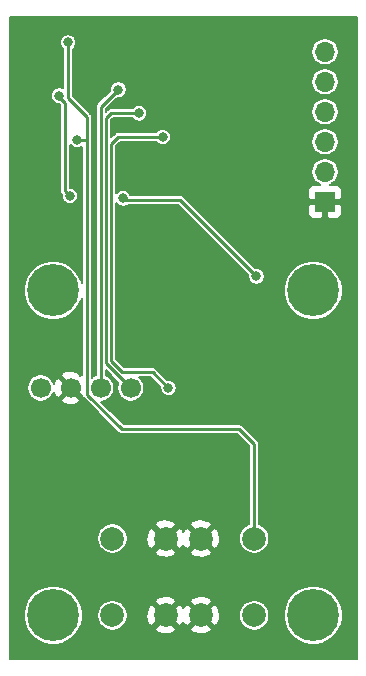
<source format=gbl>
G04 #@! TF.GenerationSoftware,KiCad,Pcbnew,5.99.0+really5.1.10+dfsg1-1*
G04 #@! TF.CreationDate,2022-07-07T23:47:34+02:00*
G04 #@! TF.ProjectId,sensorbox-battery-powered,73656e73-6f72-4626-9f78-2d6261747465,rev?*
G04 #@! TF.SameCoordinates,Original*
G04 #@! TF.FileFunction,Copper,L2,Bot*
G04 #@! TF.FilePolarity,Positive*
%FSLAX46Y46*%
G04 Gerber Fmt 4.6, Leading zero omitted, Abs format (unit mm)*
G04 Created by KiCad (PCBNEW 5.99.0+really5.1.10+dfsg1-1) date 2022-07-07 23:47:34*
%MOMM*%
%LPD*%
G01*
G04 APERTURE LIST*
G04 #@! TA.AperFunction,ComponentPad*
%ADD10C,2.000000*%
G04 #@! TD*
G04 #@! TA.AperFunction,ComponentPad*
%ADD11C,4.400000*%
G04 #@! TD*
G04 #@! TA.AperFunction,ComponentPad*
%ADD12O,1.700000X1.700000*%
G04 #@! TD*
G04 #@! TA.AperFunction,ComponentPad*
%ADD13R,1.700000X1.700000*%
G04 #@! TD*
G04 #@! TA.AperFunction,ComponentPad*
%ADD14C,1.700000*%
G04 #@! TD*
G04 #@! TA.AperFunction,ViaPad*
%ADD15C,0.800000*%
G04 #@! TD*
G04 #@! TA.AperFunction,Conductor*
%ADD16C,0.250000*%
G04 #@! TD*
G04 #@! TA.AperFunction,Conductor*
%ADD17C,0.200000*%
G04 #@! TD*
G04 #@! TA.AperFunction,Conductor*
%ADD18C,0.100000*%
G04 #@! TD*
G04 APERTURE END LIST*
D10*
X9000000Y-44500000D03*
X13500000Y-44500000D03*
X9000000Y-51000000D03*
X13500000Y-51000000D03*
X16500000Y-44500000D03*
X21000000Y-44500000D03*
X16500000Y-51000000D03*
X21000000Y-51000000D03*
D11*
X4000000Y-51000000D03*
X4000000Y-23500000D03*
D12*
X27000000Y-3300000D03*
X27000000Y-5840000D03*
X27000000Y-8380000D03*
X27000000Y-10920000D03*
X27000000Y-13460000D03*
D13*
X27000000Y-16000000D03*
D11*
X26000000Y-23500000D03*
X26000000Y-51000000D03*
D14*
X10560000Y-31750000D03*
X8020000Y-31750000D03*
X5480000Y-31750000D03*
X2940000Y-31750000D03*
D15*
X6000000Y-10750000D03*
X5250000Y-2500000D03*
X21000000Y-16500000D03*
X5000000Y-46500000D03*
X25000000Y-46500000D03*
X17000000Y-27000000D03*
X9645020Y-27000000D03*
X18950000Y-36350000D03*
X24100000Y-27100000D03*
X22400000Y-35000000D03*
X22400000Y-33800000D03*
X5400000Y-15500000D03*
X4500000Y-7000000D03*
X9500000Y-6500000D03*
X11250000Y-8500000D03*
X13750000Y-31750000D03*
X13250000Y-10500000D03*
X21200000Y-22300000D03*
X9900000Y-15700000D03*
D16*
X6000000Y-10750000D02*
X6750000Y-10750000D01*
X6750000Y-10750000D02*
X6844999Y-10844999D01*
X6844999Y-32314001D02*
X9780998Y-35250000D01*
X6844999Y-10844999D02*
X6844999Y-32314001D01*
X9780998Y-35250000D02*
X19750000Y-35250000D01*
X21000000Y-36500000D02*
X21000000Y-44500000D01*
X19750000Y-35250000D02*
X21000000Y-36500000D01*
X6844999Y-8819693D02*
X6844999Y-10844999D01*
X5250000Y-7224694D02*
X6844999Y-8819693D01*
X5250000Y-2500000D02*
X5250000Y-7224694D01*
X5000001Y-7611105D02*
X4500000Y-7111104D01*
X5000001Y-15100001D02*
X5000001Y-7611105D01*
X5400000Y-15500000D02*
X5000001Y-15100001D01*
X4500000Y-7111104D02*
X4500000Y-7000000D01*
X8020000Y-31750000D02*
X8020000Y-7980000D01*
X8020000Y-7980000D02*
X9500000Y-6500000D01*
X10560000Y-31750000D02*
X8470010Y-29660010D01*
X8470010Y-29660010D02*
X8470010Y-8929990D01*
X8900000Y-8500000D02*
X11250000Y-8500000D01*
X8470010Y-8929990D02*
X8900000Y-8500000D01*
X13750000Y-31750000D02*
X12400000Y-30400000D01*
X12400000Y-30400000D02*
X9846410Y-30400000D01*
X9846410Y-30400000D02*
X8920020Y-29473610D01*
X8920020Y-29473610D02*
X8920020Y-11079980D01*
X9500000Y-10500000D02*
X13250000Y-10500000D01*
X8920020Y-11079980D02*
X9500000Y-10500000D01*
X21200000Y-22300000D02*
X14700000Y-15800000D01*
X10000000Y-15800000D02*
X9900000Y-15700000D01*
X14700000Y-15800000D02*
X10000000Y-15800000D01*
D17*
X29675001Y-54675000D02*
X325000Y-54675000D01*
X325000Y-50753772D01*
X1500000Y-50753772D01*
X1500000Y-51246228D01*
X1596074Y-51729223D01*
X1784529Y-52184194D01*
X2058124Y-52593657D01*
X2406343Y-52941876D01*
X2815806Y-53215471D01*
X3270777Y-53403926D01*
X3753772Y-53500000D01*
X4246228Y-53500000D01*
X4729223Y-53403926D01*
X5184194Y-53215471D01*
X5593657Y-52941876D01*
X5941876Y-52593657D01*
X6215471Y-52184194D01*
X6403926Y-51729223D01*
X6500000Y-51246228D01*
X6500000Y-50871961D01*
X7700000Y-50871961D01*
X7700000Y-51128039D01*
X7749958Y-51379196D01*
X7847955Y-51615781D01*
X7990224Y-51828702D01*
X8171298Y-52009776D01*
X8384219Y-52152045D01*
X8620804Y-52250042D01*
X8871961Y-52300000D01*
X9128039Y-52300000D01*
X9379196Y-52250042D01*
X9615781Y-52152045D01*
X9636503Y-52138199D01*
X12579590Y-52138199D01*
X12679181Y-52391762D01*
X12966472Y-52525154D01*
X13274265Y-52599934D01*
X13590735Y-52613230D01*
X13903716Y-52564531D01*
X14201184Y-52455708D01*
X14320819Y-52391762D01*
X14420410Y-52138199D01*
X15579590Y-52138199D01*
X15679181Y-52391762D01*
X15966472Y-52525154D01*
X16274265Y-52599934D01*
X16590735Y-52613230D01*
X16903716Y-52564531D01*
X17201184Y-52455708D01*
X17320819Y-52391762D01*
X17420410Y-52138199D01*
X16500000Y-51217789D01*
X15579590Y-52138199D01*
X14420410Y-52138199D01*
X13500000Y-51217789D01*
X12579590Y-52138199D01*
X9636503Y-52138199D01*
X9828702Y-52009776D01*
X10009776Y-51828702D01*
X10152045Y-51615781D01*
X10250042Y-51379196D01*
X10300000Y-51128039D01*
X10300000Y-51090735D01*
X11886770Y-51090735D01*
X11935469Y-51403716D01*
X12044292Y-51701184D01*
X12108238Y-51820819D01*
X12361801Y-51920410D01*
X13282211Y-51000000D01*
X13717789Y-51000000D01*
X14638199Y-51920410D01*
X14891762Y-51820819D01*
X15001553Y-51584358D01*
X15044292Y-51701184D01*
X15108238Y-51820819D01*
X15361801Y-51920410D01*
X16282211Y-51000000D01*
X16717789Y-51000000D01*
X17638199Y-51920410D01*
X17891762Y-51820819D01*
X18025154Y-51533528D01*
X18099934Y-51225735D01*
X18113230Y-50909265D01*
X18107426Y-50871961D01*
X19700000Y-50871961D01*
X19700000Y-51128039D01*
X19749958Y-51379196D01*
X19847955Y-51615781D01*
X19990224Y-51828702D01*
X20171298Y-52009776D01*
X20384219Y-52152045D01*
X20620804Y-52250042D01*
X20871961Y-52300000D01*
X21128039Y-52300000D01*
X21379196Y-52250042D01*
X21615781Y-52152045D01*
X21828702Y-52009776D01*
X22009776Y-51828702D01*
X22152045Y-51615781D01*
X22250042Y-51379196D01*
X22300000Y-51128039D01*
X22300000Y-50871961D01*
X22276491Y-50753772D01*
X23500000Y-50753772D01*
X23500000Y-51246228D01*
X23596074Y-51729223D01*
X23784529Y-52184194D01*
X24058124Y-52593657D01*
X24406343Y-52941876D01*
X24815806Y-53215471D01*
X25270777Y-53403926D01*
X25753772Y-53500000D01*
X26246228Y-53500000D01*
X26729223Y-53403926D01*
X27184194Y-53215471D01*
X27593657Y-52941876D01*
X27941876Y-52593657D01*
X28215471Y-52184194D01*
X28403926Y-51729223D01*
X28500000Y-51246228D01*
X28500000Y-50753772D01*
X28403926Y-50270777D01*
X28215471Y-49815806D01*
X27941876Y-49406343D01*
X27593657Y-49058124D01*
X27184194Y-48784529D01*
X26729223Y-48596074D01*
X26246228Y-48500000D01*
X25753772Y-48500000D01*
X25270777Y-48596074D01*
X24815806Y-48784529D01*
X24406343Y-49058124D01*
X24058124Y-49406343D01*
X23784529Y-49815806D01*
X23596074Y-50270777D01*
X23500000Y-50753772D01*
X22276491Y-50753772D01*
X22250042Y-50620804D01*
X22152045Y-50384219D01*
X22009776Y-50171298D01*
X21828702Y-49990224D01*
X21615781Y-49847955D01*
X21379196Y-49749958D01*
X21128039Y-49700000D01*
X20871961Y-49700000D01*
X20620804Y-49749958D01*
X20384219Y-49847955D01*
X20171298Y-49990224D01*
X19990224Y-50171298D01*
X19847955Y-50384219D01*
X19749958Y-50620804D01*
X19700000Y-50871961D01*
X18107426Y-50871961D01*
X18064531Y-50596284D01*
X17955708Y-50298816D01*
X17891762Y-50179181D01*
X17638199Y-50079590D01*
X16717789Y-51000000D01*
X16282211Y-51000000D01*
X15361801Y-50079590D01*
X15108238Y-50179181D01*
X14998447Y-50415642D01*
X14955708Y-50298816D01*
X14891762Y-50179181D01*
X14638199Y-50079590D01*
X13717789Y-51000000D01*
X13282211Y-51000000D01*
X12361801Y-50079590D01*
X12108238Y-50179181D01*
X11974846Y-50466472D01*
X11900066Y-50774265D01*
X11886770Y-51090735D01*
X10300000Y-51090735D01*
X10300000Y-50871961D01*
X10250042Y-50620804D01*
X10152045Y-50384219D01*
X10009776Y-50171298D01*
X9828702Y-49990224D01*
X9636504Y-49861801D01*
X12579590Y-49861801D01*
X13500000Y-50782211D01*
X14420410Y-49861801D01*
X15579590Y-49861801D01*
X16500000Y-50782211D01*
X17420410Y-49861801D01*
X17320819Y-49608238D01*
X17033528Y-49474846D01*
X16725735Y-49400066D01*
X16409265Y-49386770D01*
X16096284Y-49435469D01*
X15798816Y-49544292D01*
X15679181Y-49608238D01*
X15579590Y-49861801D01*
X14420410Y-49861801D01*
X14320819Y-49608238D01*
X14033528Y-49474846D01*
X13725735Y-49400066D01*
X13409265Y-49386770D01*
X13096284Y-49435469D01*
X12798816Y-49544292D01*
X12679181Y-49608238D01*
X12579590Y-49861801D01*
X9636504Y-49861801D01*
X9615781Y-49847955D01*
X9379196Y-49749958D01*
X9128039Y-49700000D01*
X8871961Y-49700000D01*
X8620804Y-49749958D01*
X8384219Y-49847955D01*
X8171298Y-49990224D01*
X7990224Y-50171298D01*
X7847955Y-50384219D01*
X7749958Y-50620804D01*
X7700000Y-50871961D01*
X6500000Y-50871961D01*
X6500000Y-50753772D01*
X6403926Y-50270777D01*
X6215471Y-49815806D01*
X5941876Y-49406343D01*
X5593657Y-49058124D01*
X5184194Y-48784529D01*
X4729223Y-48596074D01*
X4246228Y-48500000D01*
X3753772Y-48500000D01*
X3270777Y-48596074D01*
X2815806Y-48784529D01*
X2406343Y-49058124D01*
X2058124Y-49406343D01*
X1784529Y-49815806D01*
X1596074Y-50270777D01*
X1500000Y-50753772D01*
X325000Y-50753772D01*
X325000Y-44371961D01*
X7700000Y-44371961D01*
X7700000Y-44628039D01*
X7749958Y-44879196D01*
X7847955Y-45115781D01*
X7990224Y-45328702D01*
X8171298Y-45509776D01*
X8384219Y-45652045D01*
X8620804Y-45750042D01*
X8871961Y-45800000D01*
X9128039Y-45800000D01*
X9379196Y-45750042D01*
X9615781Y-45652045D01*
X9636503Y-45638199D01*
X12579590Y-45638199D01*
X12679181Y-45891762D01*
X12966472Y-46025154D01*
X13274265Y-46099934D01*
X13590735Y-46113230D01*
X13903716Y-46064531D01*
X14201184Y-45955708D01*
X14320819Y-45891762D01*
X14420410Y-45638199D01*
X15579590Y-45638199D01*
X15679181Y-45891762D01*
X15966472Y-46025154D01*
X16274265Y-46099934D01*
X16590735Y-46113230D01*
X16903716Y-46064531D01*
X17201184Y-45955708D01*
X17320819Y-45891762D01*
X17420410Y-45638199D01*
X16500000Y-44717789D01*
X15579590Y-45638199D01*
X14420410Y-45638199D01*
X13500000Y-44717789D01*
X12579590Y-45638199D01*
X9636503Y-45638199D01*
X9828702Y-45509776D01*
X10009776Y-45328702D01*
X10152045Y-45115781D01*
X10250042Y-44879196D01*
X10300000Y-44628039D01*
X10300000Y-44590735D01*
X11886770Y-44590735D01*
X11935469Y-44903716D01*
X12044292Y-45201184D01*
X12108238Y-45320819D01*
X12361801Y-45420410D01*
X13282211Y-44500000D01*
X13717789Y-44500000D01*
X14638199Y-45420410D01*
X14891762Y-45320819D01*
X15001553Y-45084358D01*
X15044292Y-45201184D01*
X15108238Y-45320819D01*
X15361801Y-45420410D01*
X16282211Y-44500000D01*
X16717789Y-44500000D01*
X17638199Y-45420410D01*
X17891762Y-45320819D01*
X18025154Y-45033528D01*
X18099934Y-44725735D01*
X18113230Y-44409265D01*
X18064531Y-44096284D01*
X17955708Y-43798816D01*
X17891762Y-43679181D01*
X17638199Y-43579590D01*
X16717789Y-44500000D01*
X16282211Y-44500000D01*
X15361801Y-43579590D01*
X15108238Y-43679181D01*
X14998447Y-43915642D01*
X14955708Y-43798816D01*
X14891762Y-43679181D01*
X14638199Y-43579590D01*
X13717789Y-44500000D01*
X13282211Y-44500000D01*
X12361801Y-43579590D01*
X12108238Y-43679181D01*
X11974846Y-43966472D01*
X11900066Y-44274265D01*
X11886770Y-44590735D01*
X10300000Y-44590735D01*
X10300000Y-44371961D01*
X10250042Y-44120804D01*
X10152045Y-43884219D01*
X10009776Y-43671298D01*
X9828702Y-43490224D01*
X9636504Y-43361801D01*
X12579590Y-43361801D01*
X13500000Y-44282211D01*
X14420410Y-43361801D01*
X15579590Y-43361801D01*
X16500000Y-44282211D01*
X17420410Y-43361801D01*
X17320819Y-43108238D01*
X17033528Y-42974846D01*
X16725735Y-42900066D01*
X16409265Y-42886770D01*
X16096284Y-42935469D01*
X15798816Y-43044292D01*
X15679181Y-43108238D01*
X15579590Y-43361801D01*
X14420410Y-43361801D01*
X14320819Y-43108238D01*
X14033528Y-42974846D01*
X13725735Y-42900066D01*
X13409265Y-42886770D01*
X13096284Y-42935469D01*
X12798816Y-43044292D01*
X12679181Y-43108238D01*
X12579590Y-43361801D01*
X9636504Y-43361801D01*
X9615781Y-43347955D01*
X9379196Y-43249958D01*
X9128039Y-43200000D01*
X8871961Y-43200000D01*
X8620804Y-43249958D01*
X8384219Y-43347955D01*
X8171298Y-43490224D01*
X7990224Y-43671298D01*
X7847955Y-43884219D01*
X7749958Y-44120804D01*
X7700000Y-44371961D01*
X325000Y-44371961D01*
X325000Y-31636735D01*
X1790000Y-31636735D01*
X1790000Y-31863265D01*
X1834194Y-32085443D01*
X1920884Y-32294729D01*
X2046737Y-32483082D01*
X2206918Y-32643263D01*
X2395271Y-32769116D01*
X2604557Y-32855806D01*
X2826735Y-32900000D01*
X3053265Y-32900000D01*
X3275443Y-32855806D01*
X3456142Y-32780957D01*
X4666832Y-32780957D01*
X4748221Y-33019207D01*
X5009891Y-33137583D01*
X5289628Y-33202634D01*
X5576681Y-33211862D01*
X5860018Y-33164911D01*
X6128752Y-33063587D01*
X6211779Y-33019207D01*
X6293168Y-32780957D01*
X5480000Y-31967789D01*
X4666832Y-32780957D01*
X3456142Y-32780957D01*
X3484729Y-32769116D01*
X3673082Y-32643263D01*
X3833263Y-32483082D01*
X3959116Y-32294729D01*
X4045806Y-32085443D01*
X4052296Y-32052816D01*
X4065089Y-32130018D01*
X4166413Y-32398752D01*
X4210793Y-32481779D01*
X4449043Y-32563168D01*
X5262211Y-31750000D01*
X4449043Y-30936832D01*
X4210793Y-31018221D01*
X4092417Y-31279891D01*
X4052858Y-31450007D01*
X4045806Y-31414557D01*
X3959116Y-31205271D01*
X3833263Y-31016918D01*
X3673082Y-30856737D01*
X3484729Y-30730884D01*
X3275443Y-30644194D01*
X3053265Y-30600000D01*
X2826735Y-30600000D01*
X2604557Y-30644194D01*
X2395271Y-30730884D01*
X2206918Y-30856737D01*
X2046737Y-31016918D01*
X1920884Y-31205271D01*
X1834194Y-31414557D01*
X1790000Y-31636735D01*
X325000Y-31636735D01*
X325000Y-23253772D01*
X1500000Y-23253772D01*
X1500000Y-23746228D01*
X1596074Y-24229223D01*
X1784529Y-24684194D01*
X2058124Y-25093657D01*
X2406343Y-25441876D01*
X2815806Y-25715471D01*
X3270777Y-25903926D01*
X3753772Y-26000000D01*
X4246228Y-26000000D01*
X4729223Y-25903926D01*
X5184194Y-25715471D01*
X5593657Y-25441876D01*
X5941876Y-25093657D01*
X6215471Y-24684194D01*
X6403926Y-24229223D01*
X6420000Y-24148416D01*
X6420000Y-30618784D01*
X6406712Y-30605496D01*
X6293167Y-30719041D01*
X6211779Y-30480793D01*
X5950109Y-30362417D01*
X5670372Y-30297366D01*
X5383319Y-30288138D01*
X5099982Y-30335089D01*
X4831248Y-30436413D01*
X4748221Y-30480793D01*
X4666832Y-30719043D01*
X5480000Y-31532211D01*
X5494142Y-31518069D01*
X5711931Y-31735858D01*
X5697789Y-31750000D01*
X6479428Y-32531639D01*
X6489916Y-32551261D01*
X6543026Y-32615975D01*
X6559238Y-32629280D01*
X9465714Y-35535756D01*
X9479024Y-35551974D01*
X9543738Y-35605084D01*
X9617571Y-35644548D01*
X9697684Y-35668850D01*
X9780998Y-35677056D01*
X9801872Y-35675000D01*
X19573960Y-35675000D01*
X20575000Y-36676041D01*
X20575001Y-43268930D01*
X20384219Y-43347955D01*
X20171298Y-43490224D01*
X19990224Y-43671298D01*
X19847955Y-43884219D01*
X19749958Y-44120804D01*
X19700000Y-44371961D01*
X19700000Y-44628039D01*
X19749958Y-44879196D01*
X19847955Y-45115781D01*
X19990224Y-45328702D01*
X20171298Y-45509776D01*
X20384219Y-45652045D01*
X20620804Y-45750042D01*
X20871961Y-45800000D01*
X21128039Y-45800000D01*
X21379196Y-45750042D01*
X21615781Y-45652045D01*
X21828702Y-45509776D01*
X22009776Y-45328702D01*
X22152045Y-45115781D01*
X22250042Y-44879196D01*
X22300000Y-44628039D01*
X22300000Y-44371961D01*
X22250042Y-44120804D01*
X22152045Y-43884219D01*
X22009776Y-43671298D01*
X21828702Y-43490224D01*
X21615781Y-43347955D01*
X21425000Y-43268931D01*
X21425000Y-36520867D01*
X21427055Y-36500000D01*
X21425000Y-36479133D01*
X21425000Y-36479126D01*
X21418850Y-36416686D01*
X21394548Y-36336573D01*
X21355084Y-36262740D01*
X21301974Y-36198026D01*
X21285763Y-36184722D01*
X20065283Y-34964243D01*
X20051974Y-34948026D01*
X19987260Y-34894916D01*
X19913427Y-34855452D01*
X19833314Y-34831150D01*
X19770874Y-34825000D01*
X19770867Y-34825000D01*
X19750000Y-34822945D01*
X19729133Y-34825000D01*
X9957038Y-34825000D01*
X8032038Y-32900000D01*
X8133265Y-32900000D01*
X8355443Y-32855806D01*
X8564729Y-32769116D01*
X8753082Y-32643263D01*
X8913263Y-32483082D01*
X9039116Y-32294729D01*
X9125806Y-32085443D01*
X9170000Y-31863265D01*
X9170000Y-31636735D01*
X9125806Y-31414557D01*
X9039116Y-31205271D01*
X8913263Y-31016918D01*
X8753082Y-30856737D01*
X8564729Y-30730884D01*
X8445000Y-30681290D01*
X8445000Y-30236040D01*
X9503788Y-31294828D01*
X9454194Y-31414557D01*
X9410000Y-31636735D01*
X9410000Y-31863265D01*
X9454194Y-32085443D01*
X9540884Y-32294729D01*
X9666737Y-32483082D01*
X9826918Y-32643263D01*
X10015271Y-32769116D01*
X10224557Y-32855806D01*
X10446735Y-32900000D01*
X10673265Y-32900000D01*
X10895443Y-32855806D01*
X11104729Y-32769116D01*
X11293082Y-32643263D01*
X11453263Y-32483082D01*
X11579116Y-32294729D01*
X11665806Y-32085443D01*
X11710000Y-31863265D01*
X11710000Y-31636735D01*
X11665806Y-31414557D01*
X11579116Y-31205271D01*
X11453263Y-31016918D01*
X11293082Y-30856737D01*
X11245584Y-30825000D01*
X12223960Y-30825000D01*
X13054980Y-31656021D01*
X13050000Y-31681056D01*
X13050000Y-31818944D01*
X13076901Y-31954182D01*
X13129668Y-32081574D01*
X13206274Y-32196224D01*
X13303776Y-32293726D01*
X13418426Y-32370332D01*
X13545818Y-32423099D01*
X13681056Y-32450000D01*
X13818944Y-32450000D01*
X13954182Y-32423099D01*
X14081574Y-32370332D01*
X14196224Y-32293726D01*
X14293726Y-32196224D01*
X14370332Y-32081574D01*
X14423099Y-31954182D01*
X14450000Y-31818944D01*
X14450000Y-31681056D01*
X14423099Y-31545818D01*
X14370332Y-31418426D01*
X14293726Y-31303776D01*
X14196224Y-31206274D01*
X14081574Y-31129668D01*
X13954182Y-31076901D01*
X13818944Y-31050000D01*
X13681056Y-31050000D01*
X13656021Y-31054980D01*
X12715283Y-30114243D01*
X12701974Y-30098026D01*
X12637260Y-30044916D01*
X12563427Y-30005452D01*
X12483314Y-29981150D01*
X12420874Y-29975000D01*
X12420867Y-29975000D01*
X12400000Y-29972945D01*
X12379133Y-29975000D01*
X10022451Y-29975000D01*
X9345020Y-29297570D01*
X9345020Y-23253772D01*
X23500000Y-23253772D01*
X23500000Y-23746228D01*
X23596074Y-24229223D01*
X23784529Y-24684194D01*
X24058124Y-25093657D01*
X24406343Y-25441876D01*
X24815806Y-25715471D01*
X25270777Y-25903926D01*
X25753772Y-26000000D01*
X26246228Y-26000000D01*
X26729223Y-25903926D01*
X27184194Y-25715471D01*
X27593657Y-25441876D01*
X27941876Y-25093657D01*
X28215471Y-24684194D01*
X28403926Y-24229223D01*
X28500000Y-23746228D01*
X28500000Y-23253772D01*
X28403926Y-22770777D01*
X28215471Y-22315806D01*
X27941876Y-21906343D01*
X27593657Y-21558124D01*
X27184194Y-21284529D01*
X26729223Y-21096074D01*
X26246228Y-21000000D01*
X25753772Y-21000000D01*
X25270777Y-21096074D01*
X24815806Y-21284529D01*
X24406343Y-21558124D01*
X24058124Y-21906343D01*
X23784529Y-22315806D01*
X23596074Y-22770777D01*
X23500000Y-23253772D01*
X9345020Y-23253772D01*
X9345020Y-16129381D01*
X9356274Y-16146224D01*
X9453776Y-16243726D01*
X9568426Y-16320332D01*
X9695818Y-16373099D01*
X9831056Y-16400000D01*
X9968944Y-16400000D01*
X10104182Y-16373099D01*
X10231574Y-16320332D01*
X10346224Y-16243726D01*
X10364950Y-16225000D01*
X14523960Y-16225000D01*
X20504980Y-22206021D01*
X20500000Y-22231056D01*
X20500000Y-22368944D01*
X20526901Y-22504182D01*
X20579668Y-22631574D01*
X20656274Y-22746224D01*
X20753776Y-22843726D01*
X20868426Y-22920332D01*
X20995818Y-22973099D01*
X21131056Y-23000000D01*
X21268944Y-23000000D01*
X21404182Y-22973099D01*
X21531574Y-22920332D01*
X21646224Y-22843726D01*
X21743726Y-22746224D01*
X21820332Y-22631574D01*
X21873099Y-22504182D01*
X21900000Y-22368944D01*
X21900000Y-22231056D01*
X21873099Y-22095818D01*
X21820332Y-21968426D01*
X21743726Y-21853776D01*
X21646224Y-21756274D01*
X21531574Y-21679668D01*
X21404182Y-21626901D01*
X21268944Y-21600000D01*
X21131056Y-21600000D01*
X21106021Y-21604980D01*
X16351041Y-16850000D01*
X25539058Y-16850000D01*
X25550797Y-16969189D01*
X25585563Y-17083797D01*
X25642020Y-17189421D01*
X25717999Y-17282001D01*
X25810579Y-17357980D01*
X25916203Y-17414437D01*
X26030811Y-17449203D01*
X26150000Y-17460942D01*
X26694000Y-17458000D01*
X26846000Y-17306000D01*
X26846000Y-16154000D01*
X27154000Y-16154000D01*
X27154000Y-17306000D01*
X27306000Y-17458000D01*
X27850000Y-17460942D01*
X27969189Y-17449203D01*
X28083797Y-17414437D01*
X28189421Y-17357980D01*
X28282001Y-17282001D01*
X28357980Y-17189421D01*
X28414437Y-17083797D01*
X28449203Y-16969189D01*
X28460942Y-16850000D01*
X28458000Y-16306000D01*
X28306000Y-16154000D01*
X27154000Y-16154000D01*
X26846000Y-16154000D01*
X25694000Y-16154000D01*
X25542000Y-16306000D01*
X25539058Y-16850000D01*
X16351041Y-16850000D01*
X15015284Y-15514244D01*
X15001974Y-15498026D01*
X14937260Y-15444916D01*
X14863427Y-15405452D01*
X14783314Y-15381150D01*
X14720874Y-15375000D01*
X14720867Y-15375000D01*
X14700000Y-15372945D01*
X14679133Y-15375000D01*
X10523055Y-15375000D01*
X10520332Y-15368426D01*
X10443726Y-15253776D01*
X10346224Y-15156274D01*
X10336835Y-15150000D01*
X25539058Y-15150000D01*
X25542000Y-15694000D01*
X25694000Y-15846000D01*
X26846000Y-15846000D01*
X26846000Y-15826000D01*
X27154000Y-15826000D01*
X27154000Y-15846000D01*
X28306000Y-15846000D01*
X28458000Y-15694000D01*
X28460942Y-15150000D01*
X28449203Y-15030811D01*
X28414437Y-14916203D01*
X28357980Y-14810579D01*
X28282001Y-14717999D01*
X28189421Y-14642020D01*
X28083797Y-14585563D01*
X27969189Y-14550797D01*
X27850000Y-14539058D01*
X27394065Y-14541524D01*
X27544729Y-14479116D01*
X27733082Y-14353263D01*
X27893263Y-14193082D01*
X28019116Y-14004729D01*
X28105806Y-13795443D01*
X28150000Y-13573265D01*
X28150000Y-13346735D01*
X28105806Y-13124557D01*
X28019116Y-12915271D01*
X27893263Y-12726918D01*
X27733082Y-12566737D01*
X27544729Y-12440884D01*
X27335443Y-12354194D01*
X27113265Y-12310000D01*
X26886735Y-12310000D01*
X26664557Y-12354194D01*
X26455271Y-12440884D01*
X26266918Y-12566737D01*
X26106737Y-12726918D01*
X25980884Y-12915271D01*
X25894194Y-13124557D01*
X25850000Y-13346735D01*
X25850000Y-13573265D01*
X25894194Y-13795443D01*
X25980884Y-14004729D01*
X26106737Y-14193082D01*
X26266918Y-14353263D01*
X26455271Y-14479116D01*
X26605935Y-14541524D01*
X26150000Y-14539058D01*
X26030811Y-14550797D01*
X25916203Y-14585563D01*
X25810579Y-14642020D01*
X25717999Y-14717999D01*
X25642020Y-14810579D01*
X25585563Y-14916203D01*
X25550797Y-15030811D01*
X25539058Y-15150000D01*
X10336835Y-15150000D01*
X10231574Y-15079668D01*
X10104182Y-15026901D01*
X9968944Y-15000000D01*
X9831056Y-15000000D01*
X9695818Y-15026901D01*
X9568426Y-15079668D01*
X9453776Y-15156274D01*
X9356274Y-15253776D01*
X9345020Y-15270619D01*
X9345020Y-11256020D01*
X9676040Y-10925000D01*
X12692093Y-10925000D01*
X12706274Y-10946224D01*
X12803776Y-11043726D01*
X12918426Y-11120332D01*
X13045818Y-11173099D01*
X13181056Y-11200000D01*
X13318944Y-11200000D01*
X13454182Y-11173099D01*
X13581574Y-11120332D01*
X13696224Y-11043726D01*
X13793726Y-10946224D01*
X13870332Y-10831574D01*
X13880620Y-10806735D01*
X25850000Y-10806735D01*
X25850000Y-11033265D01*
X25894194Y-11255443D01*
X25980884Y-11464729D01*
X26106737Y-11653082D01*
X26266918Y-11813263D01*
X26455271Y-11939116D01*
X26664557Y-12025806D01*
X26886735Y-12070000D01*
X27113265Y-12070000D01*
X27335443Y-12025806D01*
X27544729Y-11939116D01*
X27733082Y-11813263D01*
X27893263Y-11653082D01*
X28019116Y-11464729D01*
X28105806Y-11255443D01*
X28150000Y-11033265D01*
X28150000Y-10806735D01*
X28105806Y-10584557D01*
X28019116Y-10375271D01*
X27893263Y-10186918D01*
X27733082Y-10026737D01*
X27544729Y-9900884D01*
X27335443Y-9814194D01*
X27113265Y-9770000D01*
X26886735Y-9770000D01*
X26664557Y-9814194D01*
X26455271Y-9900884D01*
X26266918Y-10026737D01*
X26106737Y-10186918D01*
X25980884Y-10375271D01*
X25894194Y-10584557D01*
X25850000Y-10806735D01*
X13880620Y-10806735D01*
X13923099Y-10704182D01*
X13950000Y-10568944D01*
X13950000Y-10431056D01*
X13923099Y-10295818D01*
X13870332Y-10168426D01*
X13793726Y-10053776D01*
X13696224Y-9956274D01*
X13581574Y-9879668D01*
X13454182Y-9826901D01*
X13318944Y-9800000D01*
X13181056Y-9800000D01*
X13045818Y-9826901D01*
X12918426Y-9879668D01*
X12803776Y-9956274D01*
X12706274Y-10053776D01*
X12692093Y-10075000D01*
X9520874Y-10075000D01*
X9500000Y-10072944D01*
X9479126Y-10075000D01*
X9416686Y-10081150D01*
X9336573Y-10105452D01*
X9262740Y-10144916D01*
X9198026Y-10198026D01*
X9184716Y-10214244D01*
X8895010Y-10503950D01*
X8895010Y-9106030D01*
X9076041Y-8925000D01*
X10692093Y-8925000D01*
X10706274Y-8946224D01*
X10803776Y-9043726D01*
X10918426Y-9120332D01*
X11045818Y-9173099D01*
X11181056Y-9200000D01*
X11318944Y-9200000D01*
X11454182Y-9173099D01*
X11581574Y-9120332D01*
X11696224Y-9043726D01*
X11793726Y-8946224D01*
X11870332Y-8831574D01*
X11923099Y-8704182D01*
X11950000Y-8568944D01*
X11950000Y-8431056D01*
X11923099Y-8295818D01*
X11911053Y-8266735D01*
X25850000Y-8266735D01*
X25850000Y-8493265D01*
X25894194Y-8715443D01*
X25980884Y-8924729D01*
X26106737Y-9113082D01*
X26266918Y-9273263D01*
X26455271Y-9399116D01*
X26664557Y-9485806D01*
X26886735Y-9530000D01*
X27113265Y-9530000D01*
X27335443Y-9485806D01*
X27544729Y-9399116D01*
X27733082Y-9273263D01*
X27893263Y-9113082D01*
X28019116Y-8924729D01*
X28105806Y-8715443D01*
X28150000Y-8493265D01*
X28150000Y-8266735D01*
X28105806Y-8044557D01*
X28019116Y-7835271D01*
X27893263Y-7646918D01*
X27733082Y-7486737D01*
X27544729Y-7360884D01*
X27335443Y-7274194D01*
X27113265Y-7230000D01*
X26886735Y-7230000D01*
X26664557Y-7274194D01*
X26455271Y-7360884D01*
X26266918Y-7486737D01*
X26106737Y-7646918D01*
X25980884Y-7835271D01*
X25894194Y-8044557D01*
X25850000Y-8266735D01*
X11911053Y-8266735D01*
X11870332Y-8168426D01*
X11793726Y-8053776D01*
X11696224Y-7956274D01*
X11581574Y-7879668D01*
X11454182Y-7826901D01*
X11318944Y-7800000D01*
X11181056Y-7800000D01*
X11045818Y-7826901D01*
X10918426Y-7879668D01*
X10803776Y-7956274D01*
X10706274Y-8053776D01*
X10692093Y-8075000D01*
X8920867Y-8075000D01*
X8900000Y-8072945D01*
X8879133Y-8075000D01*
X8879126Y-8075000D01*
X8816686Y-8081150D01*
X8736572Y-8105452D01*
X8710855Y-8119199D01*
X8662740Y-8144916D01*
X8598026Y-8198026D01*
X8584721Y-8214238D01*
X8445000Y-8353959D01*
X8445000Y-8156040D01*
X9406021Y-7195020D01*
X9431056Y-7200000D01*
X9568944Y-7200000D01*
X9704182Y-7173099D01*
X9831574Y-7120332D01*
X9946224Y-7043726D01*
X10043726Y-6946224D01*
X10120332Y-6831574D01*
X10173099Y-6704182D01*
X10200000Y-6568944D01*
X10200000Y-6431056D01*
X10173099Y-6295818D01*
X10120332Y-6168426D01*
X10043726Y-6053776D01*
X9946224Y-5956274D01*
X9831574Y-5879668D01*
X9704182Y-5826901D01*
X9568944Y-5800000D01*
X9431056Y-5800000D01*
X9295818Y-5826901D01*
X9168426Y-5879668D01*
X9053776Y-5956274D01*
X8956274Y-6053776D01*
X8879668Y-6168426D01*
X8826901Y-6295818D01*
X8800000Y-6431056D01*
X8800000Y-6568944D01*
X8804980Y-6593979D01*
X7734239Y-7664721D01*
X7718027Y-7678026D01*
X7664917Y-7742740D01*
X7647924Y-7774532D01*
X7625453Y-7816573D01*
X7601150Y-7896686D01*
X7592945Y-7980000D01*
X7595001Y-8000877D01*
X7595000Y-30681290D01*
X7475271Y-30730884D01*
X7286918Y-30856737D01*
X7269999Y-30873656D01*
X7269999Y-10865866D01*
X7272054Y-10844999D01*
X7269999Y-10824132D01*
X7269999Y-8840559D01*
X7272054Y-8819692D01*
X7269999Y-8798825D01*
X7269999Y-8798819D01*
X7263849Y-8736379D01*
X7239547Y-8656266D01*
X7200083Y-8582433D01*
X7146973Y-8517719D01*
X7130762Y-8504415D01*
X5675000Y-7048654D01*
X5675000Y-5726735D01*
X25850000Y-5726735D01*
X25850000Y-5953265D01*
X25894194Y-6175443D01*
X25980884Y-6384729D01*
X26106737Y-6573082D01*
X26266918Y-6733263D01*
X26455271Y-6859116D01*
X26664557Y-6945806D01*
X26886735Y-6990000D01*
X27113265Y-6990000D01*
X27335443Y-6945806D01*
X27544729Y-6859116D01*
X27733082Y-6733263D01*
X27893263Y-6573082D01*
X28019116Y-6384729D01*
X28105806Y-6175443D01*
X28150000Y-5953265D01*
X28150000Y-5726735D01*
X28105806Y-5504557D01*
X28019116Y-5295271D01*
X27893263Y-5106918D01*
X27733082Y-4946737D01*
X27544729Y-4820884D01*
X27335443Y-4734194D01*
X27113265Y-4690000D01*
X26886735Y-4690000D01*
X26664557Y-4734194D01*
X26455271Y-4820884D01*
X26266918Y-4946737D01*
X26106737Y-5106918D01*
X25980884Y-5295271D01*
X25894194Y-5504557D01*
X25850000Y-5726735D01*
X5675000Y-5726735D01*
X5675000Y-3186735D01*
X25850000Y-3186735D01*
X25850000Y-3413265D01*
X25894194Y-3635443D01*
X25980884Y-3844729D01*
X26106737Y-4033082D01*
X26266918Y-4193263D01*
X26455271Y-4319116D01*
X26664557Y-4405806D01*
X26886735Y-4450000D01*
X27113265Y-4450000D01*
X27335443Y-4405806D01*
X27544729Y-4319116D01*
X27733082Y-4193263D01*
X27893263Y-4033082D01*
X28019116Y-3844729D01*
X28105806Y-3635443D01*
X28150000Y-3413265D01*
X28150000Y-3186735D01*
X28105806Y-2964557D01*
X28019116Y-2755271D01*
X27893263Y-2566918D01*
X27733082Y-2406737D01*
X27544729Y-2280884D01*
X27335443Y-2194194D01*
X27113265Y-2150000D01*
X26886735Y-2150000D01*
X26664557Y-2194194D01*
X26455271Y-2280884D01*
X26266918Y-2406737D01*
X26106737Y-2566918D01*
X25980884Y-2755271D01*
X25894194Y-2964557D01*
X25850000Y-3186735D01*
X5675000Y-3186735D01*
X5675000Y-3057907D01*
X5696224Y-3043726D01*
X5793726Y-2946224D01*
X5870332Y-2831574D01*
X5923099Y-2704182D01*
X5950000Y-2568944D01*
X5950000Y-2431056D01*
X5923099Y-2295818D01*
X5870332Y-2168426D01*
X5793726Y-2053776D01*
X5696224Y-1956274D01*
X5581574Y-1879668D01*
X5454182Y-1826901D01*
X5318944Y-1800000D01*
X5181056Y-1800000D01*
X5045818Y-1826901D01*
X4918426Y-1879668D01*
X4803776Y-1956274D01*
X4706274Y-2053776D01*
X4629668Y-2168426D01*
X4576901Y-2295818D01*
X4550000Y-2431056D01*
X4550000Y-2568944D01*
X4576901Y-2704182D01*
X4629668Y-2831574D01*
X4706274Y-2946224D01*
X4803776Y-3043726D01*
X4825000Y-3057907D01*
X4825001Y-6376945D01*
X4704182Y-6326901D01*
X4568944Y-6300000D01*
X4431056Y-6300000D01*
X4295818Y-6326901D01*
X4168426Y-6379668D01*
X4053776Y-6456274D01*
X3956274Y-6553776D01*
X3879668Y-6668426D01*
X3826901Y-6795818D01*
X3800000Y-6931056D01*
X3800000Y-7068944D01*
X3826901Y-7204182D01*
X3879668Y-7331574D01*
X3956274Y-7446224D01*
X4053776Y-7543726D01*
X4168426Y-7620332D01*
X4295818Y-7673099D01*
X4431056Y-7700000D01*
X4487855Y-7700000D01*
X4575002Y-7787147D01*
X4575001Y-15079134D01*
X4572946Y-15100001D01*
X4575001Y-15120868D01*
X4575001Y-15120874D01*
X4581151Y-15183314D01*
X4605453Y-15263427D01*
X4644917Y-15337260D01*
X4698027Y-15401975D01*
X4704696Y-15407448D01*
X4700000Y-15431056D01*
X4700000Y-15568944D01*
X4726901Y-15704182D01*
X4779668Y-15831574D01*
X4856274Y-15946224D01*
X4953776Y-16043726D01*
X5068426Y-16120332D01*
X5195818Y-16173099D01*
X5331056Y-16200000D01*
X5468944Y-16200000D01*
X5604182Y-16173099D01*
X5731574Y-16120332D01*
X5846224Y-16043726D01*
X5943726Y-15946224D01*
X6020332Y-15831574D01*
X6073099Y-15704182D01*
X6100000Y-15568944D01*
X6100000Y-15431056D01*
X6073099Y-15295818D01*
X6020332Y-15168426D01*
X5943726Y-15053776D01*
X5846224Y-14956274D01*
X5731574Y-14879668D01*
X5604182Y-14826901D01*
X5468944Y-14800000D01*
X5425001Y-14800000D01*
X5425001Y-11149420D01*
X5456274Y-11196224D01*
X5553776Y-11293726D01*
X5668426Y-11370332D01*
X5795818Y-11423099D01*
X5931056Y-11450000D01*
X6068944Y-11450000D01*
X6204182Y-11423099D01*
X6331574Y-11370332D01*
X6419999Y-11311249D01*
X6420000Y-22851584D01*
X6403926Y-22770777D01*
X6215471Y-22315806D01*
X5941876Y-21906343D01*
X5593657Y-21558124D01*
X5184194Y-21284529D01*
X4729223Y-21096074D01*
X4246228Y-21000000D01*
X3753772Y-21000000D01*
X3270777Y-21096074D01*
X2815806Y-21284529D01*
X2406343Y-21558124D01*
X2058124Y-21906343D01*
X1784529Y-22315806D01*
X1596074Y-22770777D01*
X1500000Y-23253772D01*
X325000Y-23253772D01*
X325000Y-325000D01*
X29675000Y-325000D01*
X29675001Y-54675000D01*
G04 #@! TA.AperFunction,Conductor*
D18*
G36*
X29675001Y-54675000D02*
G01*
X325000Y-54675000D01*
X325000Y-50753772D01*
X1500000Y-50753772D01*
X1500000Y-51246228D01*
X1596074Y-51729223D01*
X1784529Y-52184194D01*
X2058124Y-52593657D01*
X2406343Y-52941876D01*
X2815806Y-53215471D01*
X3270777Y-53403926D01*
X3753772Y-53500000D01*
X4246228Y-53500000D01*
X4729223Y-53403926D01*
X5184194Y-53215471D01*
X5593657Y-52941876D01*
X5941876Y-52593657D01*
X6215471Y-52184194D01*
X6403926Y-51729223D01*
X6500000Y-51246228D01*
X6500000Y-50871961D01*
X7700000Y-50871961D01*
X7700000Y-51128039D01*
X7749958Y-51379196D01*
X7847955Y-51615781D01*
X7990224Y-51828702D01*
X8171298Y-52009776D01*
X8384219Y-52152045D01*
X8620804Y-52250042D01*
X8871961Y-52300000D01*
X9128039Y-52300000D01*
X9379196Y-52250042D01*
X9615781Y-52152045D01*
X9636503Y-52138199D01*
X12579590Y-52138199D01*
X12679181Y-52391762D01*
X12966472Y-52525154D01*
X13274265Y-52599934D01*
X13590735Y-52613230D01*
X13903716Y-52564531D01*
X14201184Y-52455708D01*
X14320819Y-52391762D01*
X14420410Y-52138199D01*
X15579590Y-52138199D01*
X15679181Y-52391762D01*
X15966472Y-52525154D01*
X16274265Y-52599934D01*
X16590735Y-52613230D01*
X16903716Y-52564531D01*
X17201184Y-52455708D01*
X17320819Y-52391762D01*
X17420410Y-52138199D01*
X16500000Y-51217789D01*
X15579590Y-52138199D01*
X14420410Y-52138199D01*
X13500000Y-51217789D01*
X12579590Y-52138199D01*
X9636503Y-52138199D01*
X9828702Y-52009776D01*
X10009776Y-51828702D01*
X10152045Y-51615781D01*
X10250042Y-51379196D01*
X10300000Y-51128039D01*
X10300000Y-51090735D01*
X11886770Y-51090735D01*
X11935469Y-51403716D01*
X12044292Y-51701184D01*
X12108238Y-51820819D01*
X12361801Y-51920410D01*
X13282211Y-51000000D01*
X13717789Y-51000000D01*
X14638199Y-51920410D01*
X14891762Y-51820819D01*
X15001553Y-51584358D01*
X15044292Y-51701184D01*
X15108238Y-51820819D01*
X15361801Y-51920410D01*
X16282211Y-51000000D01*
X16717789Y-51000000D01*
X17638199Y-51920410D01*
X17891762Y-51820819D01*
X18025154Y-51533528D01*
X18099934Y-51225735D01*
X18113230Y-50909265D01*
X18107426Y-50871961D01*
X19700000Y-50871961D01*
X19700000Y-51128039D01*
X19749958Y-51379196D01*
X19847955Y-51615781D01*
X19990224Y-51828702D01*
X20171298Y-52009776D01*
X20384219Y-52152045D01*
X20620804Y-52250042D01*
X20871961Y-52300000D01*
X21128039Y-52300000D01*
X21379196Y-52250042D01*
X21615781Y-52152045D01*
X21828702Y-52009776D01*
X22009776Y-51828702D01*
X22152045Y-51615781D01*
X22250042Y-51379196D01*
X22300000Y-51128039D01*
X22300000Y-50871961D01*
X22276491Y-50753772D01*
X23500000Y-50753772D01*
X23500000Y-51246228D01*
X23596074Y-51729223D01*
X23784529Y-52184194D01*
X24058124Y-52593657D01*
X24406343Y-52941876D01*
X24815806Y-53215471D01*
X25270777Y-53403926D01*
X25753772Y-53500000D01*
X26246228Y-53500000D01*
X26729223Y-53403926D01*
X27184194Y-53215471D01*
X27593657Y-52941876D01*
X27941876Y-52593657D01*
X28215471Y-52184194D01*
X28403926Y-51729223D01*
X28500000Y-51246228D01*
X28500000Y-50753772D01*
X28403926Y-50270777D01*
X28215471Y-49815806D01*
X27941876Y-49406343D01*
X27593657Y-49058124D01*
X27184194Y-48784529D01*
X26729223Y-48596074D01*
X26246228Y-48500000D01*
X25753772Y-48500000D01*
X25270777Y-48596074D01*
X24815806Y-48784529D01*
X24406343Y-49058124D01*
X24058124Y-49406343D01*
X23784529Y-49815806D01*
X23596074Y-50270777D01*
X23500000Y-50753772D01*
X22276491Y-50753772D01*
X22250042Y-50620804D01*
X22152045Y-50384219D01*
X22009776Y-50171298D01*
X21828702Y-49990224D01*
X21615781Y-49847955D01*
X21379196Y-49749958D01*
X21128039Y-49700000D01*
X20871961Y-49700000D01*
X20620804Y-49749958D01*
X20384219Y-49847955D01*
X20171298Y-49990224D01*
X19990224Y-50171298D01*
X19847955Y-50384219D01*
X19749958Y-50620804D01*
X19700000Y-50871961D01*
X18107426Y-50871961D01*
X18064531Y-50596284D01*
X17955708Y-50298816D01*
X17891762Y-50179181D01*
X17638199Y-50079590D01*
X16717789Y-51000000D01*
X16282211Y-51000000D01*
X15361801Y-50079590D01*
X15108238Y-50179181D01*
X14998447Y-50415642D01*
X14955708Y-50298816D01*
X14891762Y-50179181D01*
X14638199Y-50079590D01*
X13717789Y-51000000D01*
X13282211Y-51000000D01*
X12361801Y-50079590D01*
X12108238Y-50179181D01*
X11974846Y-50466472D01*
X11900066Y-50774265D01*
X11886770Y-51090735D01*
X10300000Y-51090735D01*
X10300000Y-50871961D01*
X10250042Y-50620804D01*
X10152045Y-50384219D01*
X10009776Y-50171298D01*
X9828702Y-49990224D01*
X9636504Y-49861801D01*
X12579590Y-49861801D01*
X13500000Y-50782211D01*
X14420410Y-49861801D01*
X15579590Y-49861801D01*
X16500000Y-50782211D01*
X17420410Y-49861801D01*
X17320819Y-49608238D01*
X17033528Y-49474846D01*
X16725735Y-49400066D01*
X16409265Y-49386770D01*
X16096284Y-49435469D01*
X15798816Y-49544292D01*
X15679181Y-49608238D01*
X15579590Y-49861801D01*
X14420410Y-49861801D01*
X14320819Y-49608238D01*
X14033528Y-49474846D01*
X13725735Y-49400066D01*
X13409265Y-49386770D01*
X13096284Y-49435469D01*
X12798816Y-49544292D01*
X12679181Y-49608238D01*
X12579590Y-49861801D01*
X9636504Y-49861801D01*
X9615781Y-49847955D01*
X9379196Y-49749958D01*
X9128039Y-49700000D01*
X8871961Y-49700000D01*
X8620804Y-49749958D01*
X8384219Y-49847955D01*
X8171298Y-49990224D01*
X7990224Y-50171298D01*
X7847955Y-50384219D01*
X7749958Y-50620804D01*
X7700000Y-50871961D01*
X6500000Y-50871961D01*
X6500000Y-50753772D01*
X6403926Y-50270777D01*
X6215471Y-49815806D01*
X5941876Y-49406343D01*
X5593657Y-49058124D01*
X5184194Y-48784529D01*
X4729223Y-48596074D01*
X4246228Y-48500000D01*
X3753772Y-48500000D01*
X3270777Y-48596074D01*
X2815806Y-48784529D01*
X2406343Y-49058124D01*
X2058124Y-49406343D01*
X1784529Y-49815806D01*
X1596074Y-50270777D01*
X1500000Y-50753772D01*
X325000Y-50753772D01*
X325000Y-44371961D01*
X7700000Y-44371961D01*
X7700000Y-44628039D01*
X7749958Y-44879196D01*
X7847955Y-45115781D01*
X7990224Y-45328702D01*
X8171298Y-45509776D01*
X8384219Y-45652045D01*
X8620804Y-45750042D01*
X8871961Y-45800000D01*
X9128039Y-45800000D01*
X9379196Y-45750042D01*
X9615781Y-45652045D01*
X9636503Y-45638199D01*
X12579590Y-45638199D01*
X12679181Y-45891762D01*
X12966472Y-46025154D01*
X13274265Y-46099934D01*
X13590735Y-46113230D01*
X13903716Y-46064531D01*
X14201184Y-45955708D01*
X14320819Y-45891762D01*
X14420410Y-45638199D01*
X15579590Y-45638199D01*
X15679181Y-45891762D01*
X15966472Y-46025154D01*
X16274265Y-46099934D01*
X16590735Y-46113230D01*
X16903716Y-46064531D01*
X17201184Y-45955708D01*
X17320819Y-45891762D01*
X17420410Y-45638199D01*
X16500000Y-44717789D01*
X15579590Y-45638199D01*
X14420410Y-45638199D01*
X13500000Y-44717789D01*
X12579590Y-45638199D01*
X9636503Y-45638199D01*
X9828702Y-45509776D01*
X10009776Y-45328702D01*
X10152045Y-45115781D01*
X10250042Y-44879196D01*
X10300000Y-44628039D01*
X10300000Y-44590735D01*
X11886770Y-44590735D01*
X11935469Y-44903716D01*
X12044292Y-45201184D01*
X12108238Y-45320819D01*
X12361801Y-45420410D01*
X13282211Y-44500000D01*
X13717789Y-44500000D01*
X14638199Y-45420410D01*
X14891762Y-45320819D01*
X15001553Y-45084358D01*
X15044292Y-45201184D01*
X15108238Y-45320819D01*
X15361801Y-45420410D01*
X16282211Y-44500000D01*
X16717789Y-44500000D01*
X17638199Y-45420410D01*
X17891762Y-45320819D01*
X18025154Y-45033528D01*
X18099934Y-44725735D01*
X18113230Y-44409265D01*
X18064531Y-44096284D01*
X17955708Y-43798816D01*
X17891762Y-43679181D01*
X17638199Y-43579590D01*
X16717789Y-44500000D01*
X16282211Y-44500000D01*
X15361801Y-43579590D01*
X15108238Y-43679181D01*
X14998447Y-43915642D01*
X14955708Y-43798816D01*
X14891762Y-43679181D01*
X14638199Y-43579590D01*
X13717789Y-44500000D01*
X13282211Y-44500000D01*
X12361801Y-43579590D01*
X12108238Y-43679181D01*
X11974846Y-43966472D01*
X11900066Y-44274265D01*
X11886770Y-44590735D01*
X10300000Y-44590735D01*
X10300000Y-44371961D01*
X10250042Y-44120804D01*
X10152045Y-43884219D01*
X10009776Y-43671298D01*
X9828702Y-43490224D01*
X9636504Y-43361801D01*
X12579590Y-43361801D01*
X13500000Y-44282211D01*
X14420410Y-43361801D01*
X15579590Y-43361801D01*
X16500000Y-44282211D01*
X17420410Y-43361801D01*
X17320819Y-43108238D01*
X17033528Y-42974846D01*
X16725735Y-42900066D01*
X16409265Y-42886770D01*
X16096284Y-42935469D01*
X15798816Y-43044292D01*
X15679181Y-43108238D01*
X15579590Y-43361801D01*
X14420410Y-43361801D01*
X14320819Y-43108238D01*
X14033528Y-42974846D01*
X13725735Y-42900066D01*
X13409265Y-42886770D01*
X13096284Y-42935469D01*
X12798816Y-43044292D01*
X12679181Y-43108238D01*
X12579590Y-43361801D01*
X9636504Y-43361801D01*
X9615781Y-43347955D01*
X9379196Y-43249958D01*
X9128039Y-43200000D01*
X8871961Y-43200000D01*
X8620804Y-43249958D01*
X8384219Y-43347955D01*
X8171298Y-43490224D01*
X7990224Y-43671298D01*
X7847955Y-43884219D01*
X7749958Y-44120804D01*
X7700000Y-44371961D01*
X325000Y-44371961D01*
X325000Y-31636735D01*
X1790000Y-31636735D01*
X1790000Y-31863265D01*
X1834194Y-32085443D01*
X1920884Y-32294729D01*
X2046737Y-32483082D01*
X2206918Y-32643263D01*
X2395271Y-32769116D01*
X2604557Y-32855806D01*
X2826735Y-32900000D01*
X3053265Y-32900000D01*
X3275443Y-32855806D01*
X3456142Y-32780957D01*
X4666832Y-32780957D01*
X4748221Y-33019207D01*
X5009891Y-33137583D01*
X5289628Y-33202634D01*
X5576681Y-33211862D01*
X5860018Y-33164911D01*
X6128752Y-33063587D01*
X6211779Y-33019207D01*
X6293168Y-32780957D01*
X5480000Y-31967789D01*
X4666832Y-32780957D01*
X3456142Y-32780957D01*
X3484729Y-32769116D01*
X3673082Y-32643263D01*
X3833263Y-32483082D01*
X3959116Y-32294729D01*
X4045806Y-32085443D01*
X4052296Y-32052816D01*
X4065089Y-32130018D01*
X4166413Y-32398752D01*
X4210793Y-32481779D01*
X4449043Y-32563168D01*
X5262211Y-31750000D01*
X4449043Y-30936832D01*
X4210793Y-31018221D01*
X4092417Y-31279891D01*
X4052858Y-31450007D01*
X4045806Y-31414557D01*
X3959116Y-31205271D01*
X3833263Y-31016918D01*
X3673082Y-30856737D01*
X3484729Y-30730884D01*
X3275443Y-30644194D01*
X3053265Y-30600000D01*
X2826735Y-30600000D01*
X2604557Y-30644194D01*
X2395271Y-30730884D01*
X2206918Y-30856737D01*
X2046737Y-31016918D01*
X1920884Y-31205271D01*
X1834194Y-31414557D01*
X1790000Y-31636735D01*
X325000Y-31636735D01*
X325000Y-23253772D01*
X1500000Y-23253772D01*
X1500000Y-23746228D01*
X1596074Y-24229223D01*
X1784529Y-24684194D01*
X2058124Y-25093657D01*
X2406343Y-25441876D01*
X2815806Y-25715471D01*
X3270777Y-25903926D01*
X3753772Y-26000000D01*
X4246228Y-26000000D01*
X4729223Y-25903926D01*
X5184194Y-25715471D01*
X5593657Y-25441876D01*
X5941876Y-25093657D01*
X6215471Y-24684194D01*
X6403926Y-24229223D01*
X6420000Y-24148416D01*
X6420000Y-30618784D01*
X6406712Y-30605496D01*
X6293167Y-30719041D01*
X6211779Y-30480793D01*
X5950109Y-30362417D01*
X5670372Y-30297366D01*
X5383319Y-30288138D01*
X5099982Y-30335089D01*
X4831248Y-30436413D01*
X4748221Y-30480793D01*
X4666832Y-30719043D01*
X5480000Y-31532211D01*
X5494142Y-31518069D01*
X5711931Y-31735858D01*
X5697789Y-31750000D01*
X6479428Y-32531639D01*
X6489916Y-32551261D01*
X6543026Y-32615975D01*
X6559238Y-32629280D01*
X9465714Y-35535756D01*
X9479024Y-35551974D01*
X9543738Y-35605084D01*
X9617571Y-35644548D01*
X9697684Y-35668850D01*
X9780998Y-35677056D01*
X9801872Y-35675000D01*
X19573960Y-35675000D01*
X20575000Y-36676041D01*
X20575001Y-43268930D01*
X20384219Y-43347955D01*
X20171298Y-43490224D01*
X19990224Y-43671298D01*
X19847955Y-43884219D01*
X19749958Y-44120804D01*
X19700000Y-44371961D01*
X19700000Y-44628039D01*
X19749958Y-44879196D01*
X19847955Y-45115781D01*
X19990224Y-45328702D01*
X20171298Y-45509776D01*
X20384219Y-45652045D01*
X20620804Y-45750042D01*
X20871961Y-45800000D01*
X21128039Y-45800000D01*
X21379196Y-45750042D01*
X21615781Y-45652045D01*
X21828702Y-45509776D01*
X22009776Y-45328702D01*
X22152045Y-45115781D01*
X22250042Y-44879196D01*
X22300000Y-44628039D01*
X22300000Y-44371961D01*
X22250042Y-44120804D01*
X22152045Y-43884219D01*
X22009776Y-43671298D01*
X21828702Y-43490224D01*
X21615781Y-43347955D01*
X21425000Y-43268931D01*
X21425000Y-36520867D01*
X21427055Y-36500000D01*
X21425000Y-36479133D01*
X21425000Y-36479126D01*
X21418850Y-36416686D01*
X21394548Y-36336573D01*
X21355084Y-36262740D01*
X21301974Y-36198026D01*
X21285763Y-36184722D01*
X20065283Y-34964243D01*
X20051974Y-34948026D01*
X19987260Y-34894916D01*
X19913427Y-34855452D01*
X19833314Y-34831150D01*
X19770874Y-34825000D01*
X19770867Y-34825000D01*
X19750000Y-34822945D01*
X19729133Y-34825000D01*
X9957038Y-34825000D01*
X8032038Y-32900000D01*
X8133265Y-32900000D01*
X8355443Y-32855806D01*
X8564729Y-32769116D01*
X8753082Y-32643263D01*
X8913263Y-32483082D01*
X9039116Y-32294729D01*
X9125806Y-32085443D01*
X9170000Y-31863265D01*
X9170000Y-31636735D01*
X9125806Y-31414557D01*
X9039116Y-31205271D01*
X8913263Y-31016918D01*
X8753082Y-30856737D01*
X8564729Y-30730884D01*
X8445000Y-30681290D01*
X8445000Y-30236040D01*
X9503788Y-31294828D01*
X9454194Y-31414557D01*
X9410000Y-31636735D01*
X9410000Y-31863265D01*
X9454194Y-32085443D01*
X9540884Y-32294729D01*
X9666737Y-32483082D01*
X9826918Y-32643263D01*
X10015271Y-32769116D01*
X10224557Y-32855806D01*
X10446735Y-32900000D01*
X10673265Y-32900000D01*
X10895443Y-32855806D01*
X11104729Y-32769116D01*
X11293082Y-32643263D01*
X11453263Y-32483082D01*
X11579116Y-32294729D01*
X11665806Y-32085443D01*
X11710000Y-31863265D01*
X11710000Y-31636735D01*
X11665806Y-31414557D01*
X11579116Y-31205271D01*
X11453263Y-31016918D01*
X11293082Y-30856737D01*
X11245584Y-30825000D01*
X12223960Y-30825000D01*
X13054980Y-31656021D01*
X13050000Y-31681056D01*
X13050000Y-31818944D01*
X13076901Y-31954182D01*
X13129668Y-32081574D01*
X13206274Y-32196224D01*
X13303776Y-32293726D01*
X13418426Y-32370332D01*
X13545818Y-32423099D01*
X13681056Y-32450000D01*
X13818944Y-32450000D01*
X13954182Y-32423099D01*
X14081574Y-32370332D01*
X14196224Y-32293726D01*
X14293726Y-32196224D01*
X14370332Y-32081574D01*
X14423099Y-31954182D01*
X14450000Y-31818944D01*
X14450000Y-31681056D01*
X14423099Y-31545818D01*
X14370332Y-31418426D01*
X14293726Y-31303776D01*
X14196224Y-31206274D01*
X14081574Y-31129668D01*
X13954182Y-31076901D01*
X13818944Y-31050000D01*
X13681056Y-31050000D01*
X13656021Y-31054980D01*
X12715283Y-30114243D01*
X12701974Y-30098026D01*
X12637260Y-30044916D01*
X12563427Y-30005452D01*
X12483314Y-29981150D01*
X12420874Y-29975000D01*
X12420867Y-29975000D01*
X12400000Y-29972945D01*
X12379133Y-29975000D01*
X10022451Y-29975000D01*
X9345020Y-29297570D01*
X9345020Y-23253772D01*
X23500000Y-23253772D01*
X23500000Y-23746228D01*
X23596074Y-24229223D01*
X23784529Y-24684194D01*
X24058124Y-25093657D01*
X24406343Y-25441876D01*
X24815806Y-25715471D01*
X25270777Y-25903926D01*
X25753772Y-26000000D01*
X26246228Y-26000000D01*
X26729223Y-25903926D01*
X27184194Y-25715471D01*
X27593657Y-25441876D01*
X27941876Y-25093657D01*
X28215471Y-24684194D01*
X28403926Y-24229223D01*
X28500000Y-23746228D01*
X28500000Y-23253772D01*
X28403926Y-22770777D01*
X28215471Y-22315806D01*
X27941876Y-21906343D01*
X27593657Y-21558124D01*
X27184194Y-21284529D01*
X26729223Y-21096074D01*
X26246228Y-21000000D01*
X25753772Y-21000000D01*
X25270777Y-21096074D01*
X24815806Y-21284529D01*
X24406343Y-21558124D01*
X24058124Y-21906343D01*
X23784529Y-22315806D01*
X23596074Y-22770777D01*
X23500000Y-23253772D01*
X9345020Y-23253772D01*
X9345020Y-16129381D01*
X9356274Y-16146224D01*
X9453776Y-16243726D01*
X9568426Y-16320332D01*
X9695818Y-16373099D01*
X9831056Y-16400000D01*
X9968944Y-16400000D01*
X10104182Y-16373099D01*
X10231574Y-16320332D01*
X10346224Y-16243726D01*
X10364950Y-16225000D01*
X14523960Y-16225000D01*
X20504980Y-22206021D01*
X20500000Y-22231056D01*
X20500000Y-22368944D01*
X20526901Y-22504182D01*
X20579668Y-22631574D01*
X20656274Y-22746224D01*
X20753776Y-22843726D01*
X20868426Y-22920332D01*
X20995818Y-22973099D01*
X21131056Y-23000000D01*
X21268944Y-23000000D01*
X21404182Y-22973099D01*
X21531574Y-22920332D01*
X21646224Y-22843726D01*
X21743726Y-22746224D01*
X21820332Y-22631574D01*
X21873099Y-22504182D01*
X21900000Y-22368944D01*
X21900000Y-22231056D01*
X21873099Y-22095818D01*
X21820332Y-21968426D01*
X21743726Y-21853776D01*
X21646224Y-21756274D01*
X21531574Y-21679668D01*
X21404182Y-21626901D01*
X21268944Y-21600000D01*
X21131056Y-21600000D01*
X21106021Y-21604980D01*
X16351041Y-16850000D01*
X25539058Y-16850000D01*
X25550797Y-16969189D01*
X25585563Y-17083797D01*
X25642020Y-17189421D01*
X25717999Y-17282001D01*
X25810579Y-17357980D01*
X25916203Y-17414437D01*
X26030811Y-17449203D01*
X26150000Y-17460942D01*
X26694000Y-17458000D01*
X26846000Y-17306000D01*
X26846000Y-16154000D01*
X27154000Y-16154000D01*
X27154000Y-17306000D01*
X27306000Y-17458000D01*
X27850000Y-17460942D01*
X27969189Y-17449203D01*
X28083797Y-17414437D01*
X28189421Y-17357980D01*
X28282001Y-17282001D01*
X28357980Y-17189421D01*
X28414437Y-17083797D01*
X28449203Y-16969189D01*
X28460942Y-16850000D01*
X28458000Y-16306000D01*
X28306000Y-16154000D01*
X27154000Y-16154000D01*
X26846000Y-16154000D01*
X25694000Y-16154000D01*
X25542000Y-16306000D01*
X25539058Y-16850000D01*
X16351041Y-16850000D01*
X15015284Y-15514244D01*
X15001974Y-15498026D01*
X14937260Y-15444916D01*
X14863427Y-15405452D01*
X14783314Y-15381150D01*
X14720874Y-15375000D01*
X14720867Y-15375000D01*
X14700000Y-15372945D01*
X14679133Y-15375000D01*
X10523055Y-15375000D01*
X10520332Y-15368426D01*
X10443726Y-15253776D01*
X10346224Y-15156274D01*
X10336835Y-15150000D01*
X25539058Y-15150000D01*
X25542000Y-15694000D01*
X25694000Y-15846000D01*
X26846000Y-15846000D01*
X26846000Y-15826000D01*
X27154000Y-15826000D01*
X27154000Y-15846000D01*
X28306000Y-15846000D01*
X28458000Y-15694000D01*
X28460942Y-15150000D01*
X28449203Y-15030811D01*
X28414437Y-14916203D01*
X28357980Y-14810579D01*
X28282001Y-14717999D01*
X28189421Y-14642020D01*
X28083797Y-14585563D01*
X27969189Y-14550797D01*
X27850000Y-14539058D01*
X27394065Y-14541524D01*
X27544729Y-14479116D01*
X27733082Y-14353263D01*
X27893263Y-14193082D01*
X28019116Y-14004729D01*
X28105806Y-13795443D01*
X28150000Y-13573265D01*
X28150000Y-13346735D01*
X28105806Y-13124557D01*
X28019116Y-12915271D01*
X27893263Y-12726918D01*
X27733082Y-12566737D01*
X27544729Y-12440884D01*
X27335443Y-12354194D01*
X27113265Y-12310000D01*
X26886735Y-12310000D01*
X26664557Y-12354194D01*
X26455271Y-12440884D01*
X26266918Y-12566737D01*
X26106737Y-12726918D01*
X25980884Y-12915271D01*
X25894194Y-13124557D01*
X25850000Y-13346735D01*
X25850000Y-13573265D01*
X25894194Y-13795443D01*
X25980884Y-14004729D01*
X26106737Y-14193082D01*
X26266918Y-14353263D01*
X26455271Y-14479116D01*
X26605935Y-14541524D01*
X26150000Y-14539058D01*
X26030811Y-14550797D01*
X25916203Y-14585563D01*
X25810579Y-14642020D01*
X25717999Y-14717999D01*
X25642020Y-14810579D01*
X25585563Y-14916203D01*
X25550797Y-15030811D01*
X25539058Y-15150000D01*
X10336835Y-15150000D01*
X10231574Y-15079668D01*
X10104182Y-15026901D01*
X9968944Y-15000000D01*
X9831056Y-15000000D01*
X9695818Y-15026901D01*
X9568426Y-15079668D01*
X9453776Y-15156274D01*
X9356274Y-15253776D01*
X9345020Y-15270619D01*
X9345020Y-11256020D01*
X9676040Y-10925000D01*
X12692093Y-10925000D01*
X12706274Y-10946224D01*
X12803776Y-11043726D01*
X12918426Y-11120332D01*
X13045818Y-11173099D01*
X13181056Y-11200000D01*
X13318944Y-11200000D01*
X13454182Y-11173099D01*
X13581574Y-11120332D01*
X13696224Y-11043726D01*
X13793726Y-10946224D01*
X13870332Y-10831574D01*
X13880620Y-10806735D01*
X25850000Y-10806735D01*
X25850000Y-11033265D01*
X25894194Y-11255443D01*
X25980884Y-11464729D01*
X26106737Y-11653082D01*
X26266918Y-11813263D01*
X26455271Y-11939116D01*
X26664557Y-12025806D01*
X26886735Y-12070000D01*
X27113265Y-12070000D01*
X27335443Y-12025806D01*
X27544729Y-11939116D01*
X27733082Y-11813263D01*
X27893263Y-11653082D01*
X28019116Y-11464729D01*
X28105806Y-11255443D01*
X28150000Y-11033265D01*
X28150000Y-10806735D01*
X28105806Y-10584557D01*
X28019116Y-10375271D01*
X27893263Y-10186918D01*
X27733082Y-10026737D01*
X27544729Y-9900884D01*
X27335443Y-9814194D01*
X27113265Y-9770000D01*
X26886735Y-9770000D01*
X26664557Y-9814194D01*
X26455271Y-9900884D01*
X26266918Y-10026737D01*
X26106737Y-10186918D01*
X25980884Y-10375271D01*
X25894194Y-10584557D01*
X25850000Y-10806735D01*
X13880620Y-10806735D01*
X13923099Y-10704182D01*
X13950000Y-10568944D01*
X13950000Y-10431056D01*
X13923099Y-10295818D01*
X13870332Y-10168426D01*
X13793726Y-10053776D01*
X13696224Y-9956274D01*
X13581574Y-9879668D01*
X13454182Y-9826901D01*
X13318944Y-9800000D01*
X13181056Y-9800000D01*
X13045818Y-9826901D01*
X12918426Y-9879668D01*
X12803776Y-9956274D01*
X12706274Y-10053776D01*
X12692093Y-10075000D01*
X9520874Y-10075000D01*
X9500000Y-10072944D01*
X9479126Y-10075000D01*
X9416686Y-10081150D01*
X9336573Y-10105452D01*
X9262740Y-10144916D01*
X9198026Y-10198026D01*
X9184716Y-10214244D01*
X8895010Y-10503950D01*
X8895010Y-9106030D01*
X9076041Y-8925000D01*
X10692093Y-8925000D01*
X10706274Y-8946224D01*
X10803776Y-9043726D01*
X10918426Y-9120332D01*
X11045818Y-9173099D01*
X11181056Y-9200000D01*
X11318944Y-9200000D01*
X11454182Y-9173099D01*
X11581574Y-9120332D01*
X11696224Y-9043726D01*
X11793726Y-8946224D01*
X11870332Y-8831574D01*
X11923099Y-8704182D01*
X11950000Y-8568944D01*
X11950000Y-8431056D01*
X11923099Y-8295818D01*
X11911053Y-8266735D01*
X25850000Y-8266735D01*
X25850000Y-8493265D01*
X25894194Y-8715443D01*
X25980884Y-8924729D01*
X26106737Y-9113082D01*
X26266918Y-9273263D01*
X26455271Y-9399116D01*
X26664557Y-9485806D01*
X26886735Y-9530000D01*
X27113265Y-9530000D01*
X27335443Y-9485806D01*
X27544729Y-9399116D01*
X27733082Y-9273263D01*
X27893263Y-9113082D01*
X28019116Y-8924729D01*
X28105806Y-8715443D01*
X28150000Y-8493265D01*
X28150000Y-8266735D01*
X28105806Y-8044557D01*
X28019116Y-7835271D01*
X27893263Y-7646918D01*
X27733082Y-7486737D01*
X27544729Y-7360884D01*
X27335443Y-7274194D01*
X27113265Y-7230000D01*
X26886735Y-7230000D01*
X26664557Y-7274194D01*
X26455271Y-7360884D01*
X26266918Y-7486737D01*
X26106737Y-7646918D01*
X25980884Y-7835271D01*
X25894194Y-8044557D01*
X25850000Y-8266735D01*
X11911053Y-8266735D01*
X11870332Y-8168426D01*
X11793726Y-8053776D01*
X11696224Y-7956274D01*
X11581574Y-7879668D01*
X11454182Y-7826901D01*
X11318944Y-7800000D01*
X11181056Y-7800000D01*
X11045818Y-7826901D01*
X10918426Y-7879668D01*
X10803776Y-7956274D01*
X10706274Y-8053776D01*
X10692093Y-8075000D01*
X8920867Y-8075000D01*
X8900000Y-8072945D01*
X8879133Y-8075000D01*
X8879126Y-8075000D01*
X8816686Y-8081150D01*
X8736572Y-8105452D01*
X8710855Y-8119199D01*
X8662740Y-8144916D01*
X8598026Y-8198026D01*
X8584721Y-8214238D01*
X8445000Y-8353959D01*
X8445000Y-8156040D01*
X9406021Y-7195020D01*
X9431056Y-7200000D01*
X9568944Y-7200000D01*
X9704182Y-7173099D01*
X9831574Y-7120332D01*
X9946224Y-7043726D01*
X10043726Y-6946224D01*
X10120332Y-6831574D01*
X10173099Y-6704182D01*
X10200000Y-6568944D01*
X10200000Y-6431056D01*
X10173099Y-6295818D01*
X10120332Y-6168426D01*
X10043726Y-6053776D01*
X9946224Y-5956274D01*
X9831574Y-5879668D01*
X9704182Y-5826901D01*
X9568944Y-5800000D01*
X9431056Y-5800000D01*
X9295818Y-5826901D01*
X9168426Y-5879668D01*
X9053776Y-5956274D01*
X8956274Y-6053776D01*
X8879668Y-6168426D01*
X8826901Y-6295818D01*
X8800000Y-6431056D01*
X8800000Y-6568944D01*
X8804980Y-6593979D01*
X7734239Y-7664721D01*
X7718027Y-7678026D01*
X7664917Y-7742740D01*
X7647924Y-7774532D01*
X7625453Y-7816573D01*
X7601150Y-7896686D01*
X7592945Y-7980000D01*
X7595001Y-8000877D01*
X7595000Y-30681290D01*
X7475271Y-30730884D01*
X7286918Y-30856737D01*
X7269999Y-30873656D01*
X7269999Y-10865866D01*
X7272054Y-10844999D01*
X7269999Y-10824132D01*
X7269999Y-8840559D01*
X7272054Y-8819692D01*
X7269999Y-8798825D01*
X7269999Y-8798819D01*
X7263849Y-8736379D01*
X7239547Y-8656266D01*
X7200083Y-8582433D01*
X7146973Y-8517719D01*
X7130762Y-8504415D01*
X5675000Y-7048654D01*
X5675000Y-5726735D01*
X25850000Y-5726735D01*
X25850000Y-5953265D01*
X25894194Y-6175443D01*
X25980884Y-6384729D01*
X26106737Y-6573082D01*
X26266918Y-6733263D01*
X26455271Y-6859116D01*
X26664557Y-6945806D01*
X26886735Y-6990000D01*
X27113265Y-6990000D01*
X27335443Y-6945806D01*
X27544729Y-6859116D01*
X27733082Y-6733263D01*
X27893263Y-6573082D01*
X28019116Y-6384729D01*
X28105806Y-6175443D01*
X28150000Y-5953265D01*
X28150000Y-5726735D01*
X28105806Y-5504557D01*
X28019116Y-5295271D01*
X27893263Y-5106918D01*
X27733082Y-4946737D01*
X27544729Y-4820884D01*
X27335443Y-4734194D01*
X27113265Y-4690000D01*
X26886735Y-4690000D01*
X26664557Y-4734194D01*
X26455271Y-4820884D01*
X26266918Y-4946737D01*
X26106737Y-5106918D01*
X25980884Y-5295271D01*
X25894194Y-5504557D01*
X25850000Y-5726735D01*
X5675000Y-5726735D01*
X5675000Y-3186735D01*
X25850000Y-3186735D01*
X25850000Y-3413265D01*
X25894194Y-3635443D01*
X25980884Y-3844729D01*
X26106737Y-4033082D01*
X26266918Y-4193263D01*
X26455271Y-4319116D01*
X26664557Y-4405806D01*
X26886735Y-4450000D01*
X27113265Y-4450000D01*
X27335443Y-4405806D01*
X27544729Y-4319116D01*
X27733082Y-4193263D01*
X27893263Y-4033082D01*
X28019116Y-3844729D01*
X28105806Y-3635443D01*
X28150000Y-3413265D01*
X28150000Y-3186735D01*
X28105806Y-2964557D01*
X28019116Y-2755271D01*
X27893263Y-2566918D01*
X27733082Y-2406737D01*
X27544729Y-2280884D01*
X27335443Y-2194194D01*
X27113265Y-2150000D01*
X26886735Y-2150000D01*
X26664557Y-2194194D01*
X26455271Y-2280884D01*
X26266918Y-2406737D01*
X26106737Y-2566918D01*
X25980884Y-2755271D01*
X25894194Y-2964557D01*
X25850000Y-3186735D01*
X5675000Y-3186735D01*
X5675000Y-3057907D01*
X5696224Y-3043726D01*
X5793726Y-2946224D01*
X5870332Y-2831574D01*
X5923099Y-2704182D01*
X5950000Y-2568944D01*
X5950000Y-2431056D01*
X5923099Y-2295818D01*
X5870332Y-2168426D01*
X5793726Y-2053776D01*
X5696224Y-1956274D01*
X5581574Y-1879668D01*
X5454182Y-1826901D01*
X5318944Y-1800000D01*
X5181056Y-1800000D01*
X5045818Y-1826901D01*
X4918426Y-1879668D01*
X4803776Y-1956274D01*
X4706274Y-2053776D01*
X4629668Y-2168426D01*
X4576901Y-2295818D01*
X4550000Y-2431056D01*
X4550000Y-2568944D01*
X4576901Y-2704182D01*
X4629668Y-2831574D01*
X4706274Y-2946224D01*
X4803776Y-3043726D01*
X4825000Y-3057907D01*
X4825001Y-6376945D01*
X4704182Y-6326901D01*
X4568944Y-6300000D01*
X4431056Y-6300000D01*
X4295818Y-6326901D01*
X4168426Y-6379668D01*
X4053776Y-6456274D01*
X3956274Y-6553776D01*
X3879668Y-6668426D01*
X3826901Y-6795818D01*
X3800000Y-6931056D01*
X3800000Y-7068944D01*
X3826901Y-7204182D01*
X3879668Y-7331574D01*
X3956274Y-7446224D01*
X4053776Y-7543726D01*
X4168426Y-7620332D01*
X4295818Y-7673099D01*
X4431056Y-7700000D01*
X4487855Y-7700000D01*
X4575002Y-7787147D01*
X4575001Y-15079134D01*
X4572946Y-15100001D01*
X4575001Y-15120868D01*
X4575001Y-15120874D01*
X4581151Y-15183314D01*
X4605453Y-15263427D01*
X4644917Y-15337260D01*
X4698027Y-15401975D01*
X4704696Y-15407448D01*
X4700000Y-15431056D01*
X4700000Y-15568944D01*
X4726901Y-15704182D01*
X4779668Y-15831574D01*
X4856274Y-15946224D01*
X4953776Y-16043726D01*
X5068426Y-16120332D01*
X5195818Y-16173099D01*
X5331056Y-16200000D01*
X5468944Y-16200000D01*
X5604182Y-16173099D01*
X5731574Y-16120332D01*
X5846224Y-16043726D01*
X5943726Y-15946224D01*
X6020332Y-15831574D01*
X6073099Y-15704182D01*
X6100000Y-15568944D01*
X6100000Y-15431056D01*
X6073099Y-15295818D01*
X6020332Y-15168426D01*
X5943726Y-15053776D01*
X5846224Y-14956274D01*
X5731574Y-14879668D01*
X5604182Y-14826901D01*
X5468944Y-14800000D01*
X5425001Y-14800000D01*
X5425001Y-11149420D01*
X5456274Y-11196224D01*
X5553776Y-11293726D01*
X5668426Y-11370332D01*
X5795818Y-11423099D01*
X5931056Y-11450000D01*
X6068944Y-11450000D01*
X6204182Y-11423099D01*
X6331574Y-11370332D01*
X6419999Y-11311249D01*
X6420000Y-22851584D01*
X6403926Y-22770777D01*
X6215471Y-22315806D01*
X5941876Y-21906343D01*
X5593657Y-21558124D01*
X5184194Y-21284529D01*
X4729223Y-21096074D01*
X4246228Y-21000000D01*
X3753772Y-21000000D01*
X3270777Y-21096074D01*
X2815806Y-21284529D01*
X2406343Y-21558124D01*
X2058124Y-21906343D01*
X1784529Y-22315806D01*
X1596074Y-22770777D01*
X1500000Y-23253772D01*
X325000Y-23253772D01*
X325000Y-325000D01*
X29675000Y-325000D01*
X29675001Y-54675000D01*
G37*
G04 #@! TD.AperFunction*
M02*

</source>
